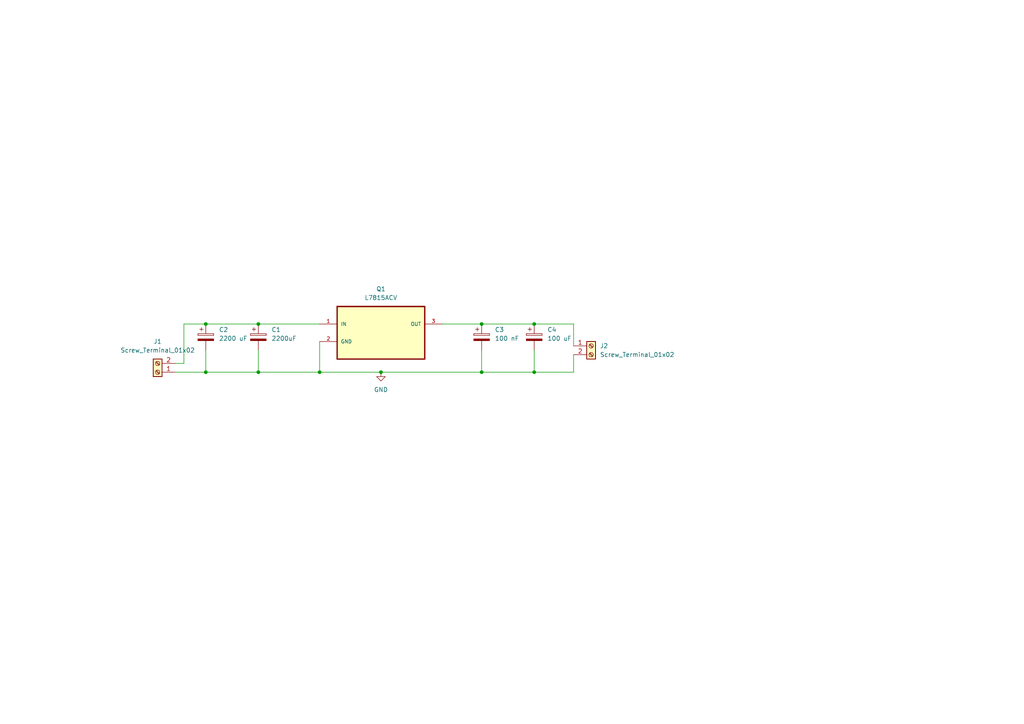
<source format=kicad_sch>
(kicad_sch (version 20230121) (generator eeschema)

  (uuid 101df7b1-6cb6-4450-bfba-9f7b3e176a47)

  (paper "A4")

  (lib_symbols
    (symbol "Connector:Screw_Terminal_01x02" (pin_names (offset 1.016) hide) (in_bom yes) (on_board yes)
      (property "Reference" "J" (at 0 2.54 0)
        (effects (font (size 1.27 1.27)))
      )
      (property "Value" "Screw_Terminal_01x02" (at 0 -5.08 0)
        (effects (font (size 1.27 1.27)))
      )
      (property "Footprint" "" (at 0 0 0)
        (effects (font (size 1.27 1.27)) hide)
      )
      (property "Datasheet" "~" (at 0 0 0)
        (effects (font (size 1.27 1.27)) hide)
      )
      (property "ki_keywords" "screw terminal" (at 0 0 0)
        (effects (font (size 1.27 1.27)) hide)
      )
      (property "ki_description" "Generic screw terminal, single row, 01x02, script generated (kicad-library-utils/schlib/autogen/connector/)" (at 0 0 0)
        (effects (font (size 1.27 1.27)) hide)
      )
      (property "ki_fp_filters" "TerminalBlock*:*" (at 0 0 0)
        (effects (font (size 1.27 1.27)) hide)
      )
      (symbol "Screw_Terminal_01x02_1_1"
        (rectangle (start -1.27 1.27) (end 1.27 -3.81)
          (stroke (width 0.254) (type default))
          (fill (type background))
        )
        (circle (center 0 -2.54) (radius 0.635)
          (stroke (width 0.1524) (type default))
          (fill (type none))
        )
        (polyline
          (pts
            (xy -0.5334 -2.2098)
            (xy 0.3302 -3.048)
          )
          (stroke (width 0.1524) (type default))
          (fill (type none))
        )
        (polyline
          (pts
            (xy -0.5334 0.3302)
            (xy 0.3302 -0.508)
          )
          (stroke (width 0.1524) (type default))
          (fill (type none))
        )
        (polyline
          (pts
            (xy -0.3556 -2.032)
            (xy 0.508 -2.8702)
          )
          (stroke (width 0.1524) (type default))
          (fill (type none))
        )
        (polyline
          (pts
            (xy -0.3556 0.508)
            (xy 0.508 -0.3302)
          )
          (stroke (width 0.1524) (type default))
          (fill (type none))
        )
        (circle (center 0 0) (radius 0.635)
          (stroke (width 0.1524) (type default))
          (fill (type none))
        )
        (pin passive line (at -5.08 0 0) (length 3.81)
          (name "Pin_1" (effects (font (size 1.27 1.27))))
          (number "1" (effects (font (size 1.27 1.27))))
        )
        (pin passive line (at -5.08 -2.54 0) (length 3.81)
          (name "Pin_2" (effects (font (size 1.27 1.27))))
          (number "2" (effects (font (size 1.27 1.27))))
        )
      )
    )
    (symbol "Custom_Library:L7815ACV" (pin_names (offset 1.016)) (in_bom yes) (on_board yes)
      (property "Reference" "Q" (at -4.736 9.141 0)
        (effects (font (size 1.27 1.27)) (justify left bottom))
      )
      (property "Value" "L7815ACV" (at -4.6336 -14.8681 0)
        (effects (font (size 1.27 1.27)) (justify left bottom))
      )
      (property "Footprint" "TO254P450X1020X1935-3P" (at 0 0 0)
        (effects (font (size 1.27 1.27)) (justify bottom) hide)
      )
      (property "Datasheet" "" (at 0 0 0)
        (effects (font (size 1.27 1.27)) hide)
      )
      (property "SUPPLIER" "STMicroelectronics" (at 0 0 0)
        (effects (font (size 1.27 1.27)) (justify bottom) hide)
      )
      (property "OC_FARNELL" "9756159" (at 0 0 0)
        (effects (font (size 1.27 1.27)) (justify bottom) hide)
      )
      (property "OC_NEWARK" "-" (at 0 0 0)
        (effects (font (size 1.27 1.27)) (justify bottom) hide)
      )
      (property "MPN" "L7815ACV" (at 0 0 0)
        (effects (font (size 1.27 1.27)) (justify bottom) hide)
      )
      (property "PACKAGE" "TO-220" (at 0 0 0)
        (effects (font (size 1.27 1.27)) (justify bottom) hide)
      )
      (symbol "L7815ACV_0_0"
        (rectangle (start -12.7 -10.16) (end 12.7 5.08)
          (stroke (width 0.4064) (type default))
          (fill (type background))
        )
        (pin input line (at -17.78 0 0) (length 5.08)
          (name "IN" (effects (font (size 1.016 1.016))))
          (number "1" (effects (font (size 1.016 1.016))))
        )
        (pin passive line (at -17.78 -5.08 0) (length 5.08)
          (name "GND" (effects (font (size 1.016 1.016))))
          (number "2" (effects (font (size 1.016 1.016))))
        )
        (pin output line (at 17.78 0 180) (length 5.08)
          (name "OUT" (effects (font (size 1.016 1.016))))
          (number "3" (effects (font (size 1.016 1.016))))
        )
      )
    )
    (symbol "Device:C_Polarized" (pin_numbers hide) (pin_names (offset 0.254)) (in_bom yes) (on_board yes)
      (property "Reference" "C" (at 0.635 2.54 0)
        (effects (font (size 1.27 1.27)) (justify left))
      )
      (property "Value" "C_Polarized" (at 0.635 -2.54 0)
        (effects (font (size 1.27 1.27)) (justify left))
      )
      (property "Footprint" "" (at 0.9652 -3.81 0)
        (effects (font (size 1.27 1.27)) hide)
      )
      (property "Datasheet" "~" (at 0 0 0)
        (effects (font (size 1.27 1.27)) hide)
      )
      (property "ki_keywords" "cap capacitor" (at 0 0 0)
        (effects (font (size 1.27 1.27)) hide)
      )
      (property "ki_description" "Polarized capacitor" (at 0 0 0)
        (effects (font (size 1.27 1.27)) hide)
      )
      (property "ki_fp_filters" "CP_*" (at 0 0 0)
        (effects (font (size 1.27 1.27)) hide)
      )
      (symbol "C_Polarized_0_1"
        (rectangle (start -2.286 0.508) (end 2.286 1.016)
          (stroke (width 0) (type default))
          (fill (type none))
        )
        (polyline
          (pts
            (xy -1.778 2.286)
            (xy -0.762 2.286)
          )
          (stroke (width 0) (type default))
          (fill (type none))
        )
        (polyline
          (pts
            (xy -1.27 2.794)
            (xy -1.27 1.778)
          )
          (stroke (width 0) (type default))
          (fill (type none))
        )
        (rectangle (start 2.286 -0.508) (end -2.286 -1.016)
          (stroke (width 0) (type default))
          (fill (type outline))
        )
      )
      (symbol "C_Polarized_1_1"
        (pin passive line (at 0 3.81 270) (length 2.794)
          (name "~" (effects (font (size 1.27 1.27))))
          (number "1" (effects (font (size 1.27 1.27))))
        )
        (pin passive line (at 0 -3.81 90) (length 2.794)
          (name "~" (effects (font (size 1.27 1.27))))
          (number "2" (effects (font (size 1.27 1.27))))
        )
      )
    )
    (symbol "power:GND" (power) (pin_names (offset 0)) (in_bom yes) (on_board yes)
      (property "Reference" "#PWR" (at 0 -6.35 0)
        (effects (font (size 1.27 1.27)) hide)
      )
      (property "Value" "GND" (at 0 -3.81 0)
        (effects (font (size 1.27 1.27)))
      )
      (property "Footprint" "" (at 0 0 0)
        (effects (font (size 1.27 1.27)) hide)
      )
      (property "Datasheet" "" (at 0 0 0)
        (effects (font (size 1.27 1.27)) hide)
      )
      (property "ki_keywords" "global power" (at 0 0 0)
        (effects (font (size 1.27 1.27)) hide)
      )
      (property "ki_description" "Power symbol creates a global label with name \"GND\" , ground" (at 0 0 0)
        (effects (font (size 1.27 1.27)) hide)
      )
      (symbol "GND_0_1"
        (polyline
          (pts
            (xy 0 0)
            (xy 0 -1.27)
            (xy 1.27 -1.27)
            (xy 0 -2.54)
            (xy -1.27 -1.27)
            (xy 0 -1.27)
          )
          (stroke (width 0) (type default))
          (fill (type none))
        )
      )
      (symbol "GND_1_1"
        (pin power_in line (at 0 0 270) (length 0) hide
          (name "GND" (effects (font (size 1.27 1.27))))
          (number "1" (effects (font (size 1.27 1.27))))
        )
      )
    )
  )

  (junction (at 74.93 107.95) (diameter 0) (color 0 0 0 0)
    (uuid 1c8e7187-cf1f-463d-bbfd-0eaf40de8eda)
  )
  (junction (at 139.7 107.95) (diameter 0) (color 0 0 0 0)
    (uuid 25497721-19a3-4f0f-8d56-801cd8530ce9)
  )
  (junction (at 154.94 107.95) (diameter 0) (color 0 0 0 0)
    (uuid 4e3da0db-1d9e-4116-9ecc-03cfa9fc11c5)
  )
  (junction (at 59.69 93.98) (diameter 0) (color 0 0 0 0)
    (uuid 6364f2bf-1789-4a44-9a64-78cb0981923b)
  )
  (junction (at 74.93 93.98) (diameter 0) (color 0 0 0 0)
    (uuid 70d82db6-080e-46ca-867e-cbc57ecc622a)
  )
  (junction (at 110.49 107.95) (diameter 0) (color 0 0 0 0)
    (uuid 77c488bc-a3c8-4497-a58d-0d2085a3a5b1)
  )
  (junction (at 92.71 107.95) (diameter 0) (color 0 0 0 0)
    (uuid bb709a71-17bd-4249-997e-5b576bd95e49)
  )
  (junction (at 154.94 93.98) (diameter 0) (color 0 0 0 0)
    (uuid bfe9e38b-784a-4b13-aedd-d9a862c9b8d8)
  )
  (junction (at 139.7 93.98) (diameter 0) (color 0 0 0 0)
    (uuid ee4e3432-4408-4ff9-961f-d083e6f8e71c)
  )
  (junction (at 59.69 107.95) (diameter 0) (color 0 0 0 0)
    (uuid efe73dee-98be-4154-934e-91f43c204fe4)
  )

  (wire (pts (xy 166.37 107.95) (xy 154.94 107.95))
    (stroke (width 0) (type default))
    (uuid 09c50926-3e08-4a9e-bd53-97c9d6fec7d5)
  )
  (wire (pts (xy 74.93 93.98) (xy 92.71 93.98))
    (stroke (width 0) (type default))
    (uuid 0fa23d81-2f07-4ec5-9064-500b47ecf3ce)
  )
  (wire (pts (xy 139.7 101.6) (xy 139.7 107.95))
    (stroke (width 0) (type default))
    (uuid 1f4114a7-96b0-4be5-883a-7cb5e43ccb1c)
  )
  (wire (pts (xy 50.8 105.41) (xy 53.34 105.41))
    (stroke (width 0) (type default))
    (uuid 23378e7d-5210-4dd7-91e7-fe5edeafcc1d)
  )
  (wire (pts (xy 139.7 107.95) (xy 110.49 107.95))
    (stroke (width 0) (type default))
    (uuid 36304273-1a07-498f-a694-b9402ed8a104)
  )
  (wire (pts (xy 53.34 105.41) (xy 53.34 93.98))
    (stroke (width 0) (type default))
    (uuid 558845b4-77f5-4114-bf05-eb2aa21d7aab)
  )
  (wire (pts (xy 74.93 101.6) (xy 74.93 107.95))
    (stroke (width 0) (type default))
    (uuid 5aac14c9-d284-4af9-b683-46e921cac69e)
  )
  (wire (pts (xy 59.69 93.98) (xy 74.93 93.98))
    (stroke (width 0) (type default))
    (uuid 6e64cb02-a56b-4872-bd6f-72c2334bf72e)
  )
  (wire (pts (xy 74.93 107.95) (xy 59.69 107.95))
    (stroke (width 0) (type default))
    (uuid 7c069577-6238-499f-bc1f-f6c80d80f260)
  )
  (wire (pts (xy 139.7 93.98) (xy 154.94 93.98))
    (stroke (width 0) (type default))
    (uuid 7c674890-9e2f-4211-bea0-6a80058122de)
  )
  (wire (pts (xy 166.37 102.87) (xy 166.37 107.95))
    (stroke (width 0) (type default))
    (uuid 9463d933-2155-4c5f-abaf-7daaf45c7a66)
  )
  (wire (pts (xy 110.49 107.95) (xy 92.71 107.95))
    (stroke (width 0) (type default))
    (uuid 9ebc68cf-4c9c-4c04-b37d-f11847bff2ac)
  )
  (wire (pts (xy 128.27 93.98) (xy 139.7 93.98))
    (stroke (width 0) (type default))
    (uuid a11a6aa8-f658-419a-bd64-5e2178bf23e1)
  )
  (wire (pts (xy 53.34 93.98) (xy 59.69 93.98))
    (stroke (width 0) (type default))
    (uuid ad5fb3c4-5e58-414e-8697-d4274534eb52)
  )
  (wire (pts (xy 166.37 100.33) (xy 166.37 93.98))
    (stroke (width 0) (type default))
    (uuid b58d8a63-0717-4fa5-8ad8-f90a25a37f6c)
  )
  (wire (pts (xy 154.94 101.6) (xy 154.94 107.95))
    (stroke (width 0) (type default))
    (uuid b81e635b-31e2-43af-81f0-472d86d4965f)
  )
  (wire (pts (xy 59.69 107.95) (xy 50.8 107.95))
    (stroke (width 0) (type default))
    (uuid ca2230af-4899-47aa-b2d2-ee6b1a6ca6fb)
  )
  (wire (pts (xy 59.69 101.6) (xy 59.69 107.95))
    (stroke (width 0) (type default))
    (uuid cb5c3a4d-5052-44a8-96e4-3b587fb3077c)
  )
  (wire (pts (xy 154.94 107.95) (xy 139.7 107.95))
    (stroke (width 0) (type default))
    (uuid dcbd9cb7-cdc3-43c3-bbde-77d19a3378c3)
  )
  (wire (pts (xy 154.94 93.98) (xy 166.37 93.98))
    (stroke (width 0) (type default))
    (uuid dcbec975-e7af-4743-ab7a-2d9003a7e217)
  )
  (wire (pts (xy 74.93 107.95) (xy 92.71 107.95))
    (stroke (width 0) (type default))
    (uuid f5ff877d-fba5-41ef-8fac-aff662cce55f)
  )
  (wire (pts (xy 92.71 99.06) (xy 92.71 107.95))
    (stroke (width 0) (type default))
    (uuid f6f41fe8-084f-4b08-8be1-6c711afe3018)
  )

  (symbol (lib_id "Device:C_Polarized") (at 154.94 97.79 0) (unit 1)
    (in_bom yes) (on_board yes) (dnp no) (fields_autoplaced)
    (uuid 15311a77-c864-41bf-9f42-8a61494ef7bd)
    (property "Reference" "C4" (at 158.75 95.631 0)
      (effects (font (size 1.27 1.27)) (justify left))
    )
    (property "Value" "100 uF" (at 158.75 98.171 0)
      (effects (font (size 1.27 1.27)) (justify left))
    )
    (property "Footprint" "Capacitor_THT:CP_Radial_D7.5mm_P2.50mm" (at 155.9052 101.6 0)
      (effects (font (size 1.27 1.27)) hide)
    )
    (property "Datasheet" "~" (at 154.94 97.79 0)
      (effects (font (size 1.27 1.27)) hide)
    )
    (pin "1" (uuid a81e96b3-ac1d-4224-badf-03f8ee1fd5c3))
    (pin "2" (uuid 1dc70cc1-d606-4d9d-9e83-859f2331969e))
    (instances
      (project "Regulator 7815"
        (path "/101df7b1-6cb6-4450-bfba-9f7b3e176a47"
          (reference "C4") (unit 1)
        )
      )
    )
  )

  (symbol (lib_id "Device:C_Polarized") (at 139.7 97.79 0) (unit 1)
    (in_bom yes) (on_board yes) (dnp no) (fields_autoplaced)
    (uuid 1bfa79d6-7e00-42f7-8de5-aa4501b8289c)
    (property "Reference" "C3" (at 143.51 95.631 0)
      (effects (font (size 1.27 1.27)) (justify left))
    )
    (property "Value" "100 nF" (at 143.51 98.171 0)
      (effects (font (size 1.27 1.27)) (justify left))
    )
    (property "Footprint" "Capacitor_THT:CP_Radial_D4.0mm_P2.00mm" (at 140.6652 101.6 0)
      (effects (font (size 1.27 1.27)) hide)
    )
    (property "Datasheet" "~" (at 139.7 97.79 0)
      (effects (font (size 1.27 1.27)) hide)
    )
    (pin "1" (uuid dfa09403-40cc-4ae2-8b4f-4d5410b3be29))
    (pin "2" (uuid 7078b610-2f37-41ca-851f-5948f9689fdf))
    (instances
      (project "Regulator 7815"
        (path "/101df7b1-6cb6-4450-bfba-9f7b3e176a47"
          (reference "C3") (unit 1)
        )
      )
    )
  )

  (symbol (lib_id "power:GND") (at 110.49 107.95 0) (unit 1)
    (in_bom yes) (on_board yes) (dnp no) (fields_autoplaced)
    (uuid 4f0809a6-3d45-468f-8581-72d8b066cc59)
    (property "Reference" "#PWR01" (at 110.49 114.3 0)
      (effects (font (size 1.27 1.27)) hide)
    )
    (property "Value" "GND" (at 110.49 113.03 0)
      (effects (font (size 1.27 1.27)))
    )
    (property "Footprint" "" (at 110.49 107.95 0)
      (effects (font (size 1.27 1.27)) hide)
    )
    (property "Datasheet" "" (at 110.49 107.95 0)
      (effects (font (size 1.27 1.27)) hide)
    )
    (pin "1" (uuid 0517daeb-9354-4e9f-9fe2-9a6b665b1b04))
    (instances
      (project "Regulator 7815"
        (path "/101df7b1-6cb6-4450-bfba-9f7b3e176a47"
          (reference "#PWR01") (unit 1)
        )
      )
    )
  )

  (symbol (lib_id "Connector:Screw_Terminal_01x02") (at 45.72 107.95 180) (unit 1)
    (in_bom yes) (on_board yes) (dnp no) (fields_autoplaced)
    (uuid 6cce1bf6-d2af-4e3d-8855-aea8ff5cde5b)
    (property "Reference" "J1" (at 45.72 99.06 0)
      (effects (font (size 1.27 1.27)))
    )
    (property "Value" "Screw_Terminal_01x02" (at 45.72 101.6 0)
      (effects (font (size 1.27 1.27)))
    )
    (property "Footprint" "TerminalBlock_Phoenix:TerminalBlock_Phoenix_MKDS-1,5-2-5.08_1x02_P5.08mm_Horizontal" (at 45.72 107.95 0)
      (effects (font (size 1.27 1.27)) hide)
    )
    (property "Datasheet" "~" (at 45.72 107.95 0)
      (effects (font (size 1.27 1.27)) hide)
    )
    (pin "1" (uuid 35179385-1e31-4c5a-b48d-2a8465fb9a17))
    (pin "2" (uuid 43fea13d-d23c-4002-8f9e-ef8e43d2ad3f))
    (instances
      (project "Regulator 7815"
        (path "/101df7b1-6cb6-4450-bfba-9f7b3e176a47"
          (reference "J1") (unit 1)
        )
      )
    )
  )

  (symbol (lib_id "Custom_Library:L7815ACV") (at 110.49 93.98 0) (unit 1)
    (in_bom yes) (on_board yes) (dnp no) (fields_autoplaced)
    (uuid ba35e223-0f65-4b5b-86b1-63b06f900341)
    (property "Reference" "Q1" (at 110.49 83.82 0)
      (effects (font (size 1.27 1.27)))
    )
    (property "Value" "L7815ACV" (at 110.49 86.36 0)
      (effects (font (size 1.27 1.27)))
    )
    (property "Footprint" "Custom_Library:STM L7815ACV" (at 110.49 93.98 0)
      (effects (font (size 1.27 1.27)) (justify bottom) hide)
    )
    (property "Datasheet" "" (at 110.49 93.98 0)
      (effects (font (size 1.27 1.27)) hide)
    )
    (property "SUPPLIER" "STMicroelectronics" (at 110.49 93.98 0)
      (effects (font (size 1.27 1.27)) (justify bottom) hide)
    )
    (property "OC_FARNELL" "9756159" (at 110.49 93.98 0)
      (effects (font (size 1.27 1.27)) (justify bottom) hide)
    )
    (property "OC_NEWARK" "-" (at 110.49 93.98 0)
      (effects (font (size 1.27 1.27)) (justify bottom) hide)
    )
    (property "MPN" "L7815ACV" (at 110.49 93.98 0)
      (effects (font (size 1.27 1.27)) (justify bottom) hide)
    )
    (property "PACKAGE" "TO-220" (at 110.49 93.98 0)
      (effects (font (size 1.27 1.27)) (justify bottom) hide)
    )
    (pin "1" (uuid a7570add-cf2d-425b-ad84-1cfeb569b225))
    (pin "2" (uuid b25cae08-154e-4f85-b24d-dec184e7036a))
    (pin "3" (uuid 06c4fac6-6583-4ebf-835d-ee4fcdc6ff45))
    (instances
      (project "Regulator 7815"
        (path "/101df7b1-6cb6-4450-bfba-9f7b3e176a47"
          (reference "Q1") (unit 1)
        )
      )
    )
  )

  (symbol (lib_id "Device:C_Polarized") (at 59.69 97.79 0) (unit 1)
    (in_bom yes) (on_board yes) (dnp no) (fields_autoplaced)
    (uuid dc1ce8ca-1148-4f5a-8ad3-74f765b039d3)
    (property "Reference" "C2" (at 63.5 95.631 0)
      (effects (font (size 1.27 1.27)) (justify left))
    )
    (property "Value" "2200 uF" (at 63.5 98.171 0)
      (effects (font (size 1.27 1.27)) (justify left))
    )
    (property "Footprint" "Capacitor_THT:CP_Radial_D7.5mm_P2.50mm" (at 60.6552 101.6 0)
      (effects (font (size 1.27 1.27)) hide)
    )
    (property "Datasheet" "~" (at 59.69 97.79 0)
      (effects (font (size 1.27 1.27)) hide)
    )
    (pin "1" (uuid 2557a5ab-36a7-4a69-b9c3-e51acfec90bc))
    (pin "2" (uuid 45bb6017-0e2b-43f2-b0a4-b65d4ffd9b08))
    (instances
      (project "Regulator 7815"
        (path "/101df7b1-6cb6-4450-bfba-9f7b3e176a47"
          (reference "C2") (unit 1)
        )
      )
    )
  )

  (symbol (lib_id "Connector:Screw_Terminal_01x02") (at 171.45 100.33 0) (unit 1)
    (in_bom yes) (on_board yes) (dnp no) (fields_autoplaced)
    (uuid f33cf436-2f09-4da7-9842-3a7f92bba58c)
    (property "Reference" "J2" (at 173.99 100.33 0)
      (effects (font (size 1.27 1.27)) (justify left))
    )
    (property "Value" "Screw_Terminal_01x02" (at 173.99 102.87 0)
      (effects (font (size 1.27 1.27)) (justify left))
    )
    (property "Footprint" "TerminalBlock_Phoenix:TerminalBlock_Phoenix_MKDS-1,5-2-5.08_1x02_P5.08mm_Horizontal" (at 171.45 100.33 0)
      (effects (font (size 1.27 1.27)) hide)
    )
    (property "Datasheet" "~" (at 171.45 100.33 0)
      (effects (font (size 1.27 1.27)) hide)
    )
    (pin "1" (uuid ae9a374c-9911-419d-b2ec-116b6412100a))
    (pin "2" (uuid 2aa849e0-c649-4008-9f0a-67800dc6ee27))
    (instances
      (project "Regulator 7815"
        (path "/101df7b1-6cb6-4450-bfba-9f7b3e176a47"
          (reference "J2") (unit 1)
        )
      )
    )
  )

  (symbol (lib_id "Device:C_Polarized") (at 74.93 97.79 0) (unit 1)
    (in_bom yes) (on_board yes) (dnp no) (fields_autoplaced)
    (uuid fbdbb526-8617-440d-ad7c-79d298e99a71)
    (property "Reference" "C1" (at 78.74 95.631 0)
      (effects (font (size 1.27 1.27)) (justify left))
    )
    (property "Value" "2200uF" (at 78.74 98.171 0)
      (effects (font (size 1.27 1.27)) (justify left))
    )
    (property "Footprint" "Capacitor_THT:CP_Radial_D7.5mm_P2.50mm" (at 75.8952 101.6 0)
      (effects (font (size 1.27 1.27)) hide)
    )
    (property "Datasheet" "~" (at 74.93 97.79 0)
      (effects (font (size 1.27 1.27)) hide)
    )
    (pin "1" (uuid 547ac1ea-cf40-428d-8004-0ad949322225))
    (pin "2" (uuid 51ac2c41-38fc-4af9-bc88-d4ccd277f0c6))
    (instances
      (project "Regulator 7815"
        (path "/101df7b1-6cb6-4450-bfba-9f7b3e176a47"
          (reference "C1") (unit 1)
        )
      )
    )
  )

  (sheet_instances
    (path "/" (page "1"))
  )
)

</source>
